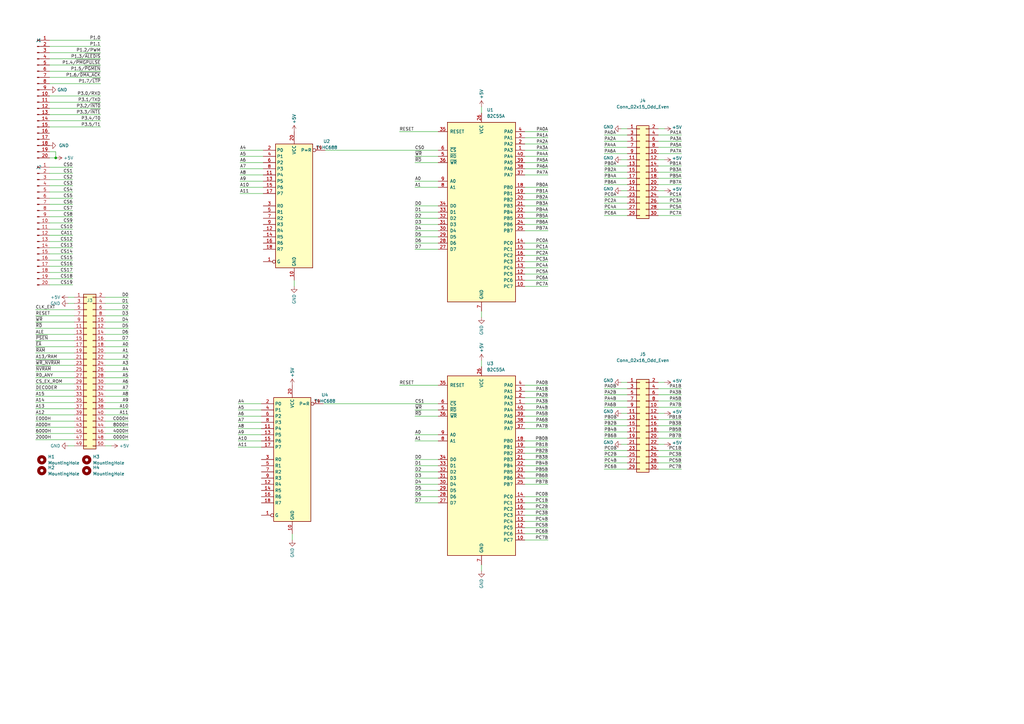
<source format=kicad_sch>
(kicad_sch (version 20230121) (generator eeschema)
  (paper "A3")
  (lib_symbols
    (symbol "74xx:74HC688"
      (property "Reference" "U" (at -7.62 26.67 0))
      (property "Value" "74HC688" (at -7.62 -26.67 0))
      (symbol "74HC688_1_0"
        (pin input inverted (at -12.7 -22.86 0) (length 5.08) (name "G") (number "1"))
        (pin power_in line (at 0 -30.48 90) (length 5.08) (name "GND") (number "10"))
        (pin input line (at -12.7 12.7 0) (length 5.08) (name "P4") (number "11"))
        (pin input line (at -12.7 -10.16 0) (length 5.08) (name "R4") (number "12"))
        (pin input line (at -12.7 10.16 0) (length 5.08) (name "P5") (number "13"))
        (pin input line (at -12.7 -12.7 0) (length 5.08) (name "R5") (number "14"))
        (pin input line (at -12.7 7.62 0) (length 5.08) (name "P6") (number "15"))
        (pin input line (at -12.7 -15.24 0) (length 5.08) (name "R6") (number "16"))
        (pin input line (at -12.7 5.08 0) (length 5.08) (name "P7") (number "17"))
        (pin input line (at -12.7 -17.78 0) (length 5.08) (name "R7") (number "18"))
        (pin output inverted (at 12.7 22.86 180) (length 5.08) (name "P=R") (number "19"))
        (pin input line (at -12.7 22.86 0) (length 5.08) (name "P0") (number "2"))
        (pin power_in line (at 0 30.48 270) (length 5.08) (name "VCC") (number "20"))
        (pin input line (at -12.7 0 0) (length 5.08) (name "R0") (number "3"))
        (pin input line (at -12.7 20.32 0) (length 5.08) (name "P1") (number "4"))
        (pin input line (at -12.7 -2.54 0) (length 5.08) (name "R1") (number "5"))
        (pin input line (at -12.7 17.78 0) (length 5.08) (name "P2") (number "6"))
        (pin input line (at -12.7 -5.08 0) (length 5.08) (name "R2") (number "7"))
        (pin input line (at -12.7 15.24 0) (length 5.08) (name "P3") (number "8"))
        (pin input line (at -12.7 -7.62 0) (length 5.08) (name "R3") (number "9"))
      )
      (symbol "74HC688_1_1"
        (rectangle (start -7.62 25.4) (end 7.62 -25.4) (stroke (width 0.254)) (fill (type background)))
      )
    )
    (symbol "Connector:Conn_01x20_Pin" (pin_names (offset 1.016) hide)
      (property "Reference" "J" (at 0 25.4 0))
      (property "Value" "Conn_01x20_Pin" (at 0 -27.94 0))
      (symbol "Conn_01x20_Pin_1_1"
        (polyline (pts (xy 1.27 -25.4) (xy 0.8636 -25.4)) (stroke (width 0.1524)))
        (polyline (pts (xy 1.27 -22.86) (xy 0.8636 -22.86)) (stroke (width 0.1524)))
        (polyline (pts (xy 1.27 -20.32) (xy 0.8636 -20.32)) (stroke (width 0.1524)))
        (polyline (pts (xy 1.27 -17.78) (xy 0.8636 -17.78)) (stroke (width 0.1524)))
        (polyline (pts (xy 1.27 -15.24) (xy 0.8636 -15.24)) (stroke (width 0.1524)))
        (polyline (pts (xy 1.27 -12.7) (xy 0.8636 -12.7)) (stroke (width 0.1524)))
        (polyline (pts (xy 1.27 -10.16) (xy 0.8636 -10.16)) (stroke (width 0.1524)))
        (polyline (pts (xy 1.27 -7.62) (xy 0.8636 -7.62)) (stroke (width 0.1524)))
        (polyline (pts (xy 1.27 -5.08) (xy 0.8636 -5.08)) (stroke (width 0.1524)))
        (polyline (pts (xy 1.27 -2.54) (xy 0.8636 -2.54)) (stroke (width 0.1524)))
        (polyline (pts (xy 1.27 0) (xy 0.8636 0)) (stroke (width 0.1524)))
        (polyline (pts (xy 1.27 2.54) (xy 0.8636 2.54)) (stroke (width 0.1524)))
        (polyline (pts (xy 1.27 5.08) (xy 0.8636 5.08)) (stroke (width 0.1524)))
        (polyline (pts (xy 1.27 7.62) (xy 0.8636 7.62)) (stroke (width 0.1524)))
        (polyline (pts (xy 1.27 10.16) (xy 0.8636 10.16)) (stroke (width 0.1524)))
        (polyline (pts (xy 1.27 12.7) (xy 0.8636 12.7)) (stroke (width 0.1524)))
        (polyline (pts (xy 1.27 15.24) (xy 0.8636 15.24)) (stroke (width 0.1524)))
        (polyline (pts (xy 1.27 17.78) (xy 0.8636 17.78)) (stroke (width 0.1524)))
        (polyline (pts (xy 1.27 20.32) (xy 0.8636 20.32)) (stroke (width 0.1524)))
        (polyline (pts (xy 1.27 22.86) (xy 0.8636 22.86)) (stroke (width 0.1524)))
        (rectangle (start 0.8636 -25.273) (end 0 -25.527) (stroke (width 0.1524)) (fill (type outline)))
        (rectangle (start 0.8636 -22.733) (end 0 -22.987) (stroke (width 0.1524)) (fill (type outline)))
        (rectangle (start 0.8636 -20.193) (end 0 -20.447) (stroke (width 0.1524)) (fill (type outline)))
        (rectangle (start 0.8636 -17.653) (end 0 -17.907) (stroke (width 0.1524)) (fill (type outline)))
        (rectangle (start 0.8636 -15.113) (end 0 -15.367) (stroke (width 0.1524)) (fill (type outline)))
        (rectangle (start 0.8636 -12.573) (end 0 -12.827) (stroke (width 0.1524)) (fill (type outline)))
        (rectangle (start 0.8636 -10.033) (end 0 -10.287) (stroke (width 0.1524)) (fill (type outline)))
        (rectangle (start 0.8636 -7.493) (end 0 -7.747) (stroke (width 0.1524)) (fill (type outline)))
        (rectangle (start 0.8636 -4.953) (end 0 -5.207) (stroke (width 0.1524)) (fill (type outline)))
        (rectangle (start 0.8636 -2.413) (end 0 -2.667) (stroke (width 0.1524)) (fill (type outline)))
        (rectangle (start 0.8636 0.127) (end 0 -0.127) (stroke (width 0.1524)) (fill (type outline)))
        (rectangle (start 0.8636 2.667) (end 0 2.413) (stroke (width 0.1524)) (fill (type outline)))
        (rectangle (start 0.8636 5.207) (end 0 4.953) (stroke (width 0.1524)) (fill (type outline)))
        (rectangle (start 0.8636 7.747) (end 0 7.493) (stroke (width 0.1524)) (fill (type outline)))
        (rectangle (start 0.8636 10.287) (end 0 10.033) (stroke (width 0.1524)) (fill (type outline)))
        (rectangle (start 0.8636 12.827) (end 0 12.573) (stroke (width 0.1524)) (fill (type outline)))
        (rectangle (start 0.8636 15.367) (end 0 15.113) (stroke (width 0.1524)) (fill (type outline)))
        (rectangle (start 0.8636 17.907) (end 0 17.653) (stroke (width 0.1524)) (fill (type outline)))
        (rectangle (start 0.8636 20.447) (end 0 20.193) (stroke (width 0.1524)) (fill (type outline)))
        (rectangle (start 0.8636 22.987) (end 0 22.733) (stroke (width 0.1524)) (fill (type outline)))
        (pin passive line (at 5.08 22.86 180) (length 3.81) (name "Pin_1") (number "1"))
        (pin passive line (at 5.08 0 180) (length 3.81) (name "Pin_10") (number "10"))
        (pin passive line (at 5.08 -2.54 180) (length 3.81) (name "Pin_11") (number "11"))
        (pin passive line (at 5.08 -5.08 180) (length 3.81) (name "Pin_12") (number "12"))
        (pin passive line (at 5.08 -7.62 180) (length 3.81) (name "Pin_13") (number "13"))
        (pin passive line (at 5.08 -10.16 180) (length 3.81) (name "Pin_14") (number "14"))
        (pin passive line (at 5.08 -12.7 180) (length 3.81) (name "Pin_15") (number "15"))
        (pin passive line (at 5.08 -15.24 180) (length 3.81) (name "Pin_16") (number "16"))
        (pin passive line (at 5.08 -17.78 180) (length 3.81) (name "Pin_17") (number "17"))
        (pin passive line (at 5.08 -20.32 180) (length 3.81) (name "Pin_18") (number "18"))
        (pin passive line (at 5.08 -22.86 180) (length 3.81) (name "Pin_19") (number "19"))
        (pin passive line (at 5.08 20.32 180) (length 3.81) (name "Pin_2") (number "2"))
        (pin passive line (at 5.08 -25.4 180) (length 3.81) (name "Pin_20") (number "20"))
        (pin passive line (at 5.08 17.78 180) (length 3.81) (name "Pin_3") (number "3"))
        (pin passive line (at 5.08 15.24 180) (length 3.81) (name "Pin_4") (number "4"))
        (pin passive line (at 5.08 12.7 180) (length 3.81) (name "Pin_5") (number "5"))
        (pin passive line (at 5.08 10.16 180) (length 3.81) (name "Pin_6") (number "6"))
        (pin passive line (at 5.08 7.62 180) (length 3.81) (name "Pin_7") (number "7"))
        (pin passive line (at 5.08 5.08 180) (length 3.81) (name "Pin_8") (number "8"))
        (pin passive line (at 5.08 2.54 180) (length 3.81) (name "Pin_9") (number "9"))
      )
    )
    (symbol "Connector_Generic:Conn_02x15_Odd_Even" (pin_names (offset 1.016) hide)
      (property "Reference" "J" (at 1.27 20.32 0))
      (property "Value" "Conn_02x15_Odd_Even" (at 1.27 -20.32 0))
      (symbol "Conn_02x15_Odd_Even_1_1"
        (rectangle (start -1.27 -17.653) (end 0 -17.907) (stroke (width 0.1524)))
        (rectangle (start -1.27 -15.113) (end 0 -15.367) (stroke (width 0.1524)))
        (rectangle (start -1.27 -12.573) (end 0 -12.827) (stroke (width 0.1524)))
        (rectangle (start -1.27 -10.033) (end 0 -10.287) (stroke (width 0.1524)))
        (rectangle (start -1.27 -7.493) (end 0 -7.747) (stroke (width 0.1524)))
        (rectangle (start -1.27 -4.953) (end 0 -5.207) (stroke (width 0.1524)))
        (rectangle (start -1.27 -2.413) (end 0 -2.667) (stroke (width 0.1524)))
        (rectangle (start -1.27 0.127) (end 0 -0.127) (stroke (width 0.1524)))
        (rectangle (start -1.27 2.667) (end 0 2.413) (stroke (width 0.1524)))
        (rectangle (start -1.27 5.207) (end 0 4.953) (stroke (width 0.1524)))
        (rectangle (start -1.27 7.747) (end 0 7.493) (stroke (width 0.1524)))
        (rectangle (start -1.27 10.287) (end 0 10.033) (stroke (width 0.1524)))
        (rectangle (start -1.27 12.827) (end 0 12.573) (stroke (width 0.1524)))
        (rectangle (start -1.27 15.367) (end 0 15.113) (stroke (width 0.1524)))
        (rectangle (start -1.27 17.907) (end 0 17.653) (stroke (width 0.1524)))
        (rectangle (start -1.27 19.05) (end 3.81 -19.05) (stroke (width 0.254)) (fill (type background)))
        (rectangle (start 3.81 -17.653) (end 2.54 -17.907) (stroke (width 0.1524)))
        (rectangle (start 3.81 -15.113) (end 2.54 -15.367) (stroke (width 0.1524)))
        (rectangle (start 3.81 -12.573) (end 2.54 -12.827) (stroke (width 0.1524)))
        (rectangle (start 3.81 -10.033) (end 2.54 -10.287) (stroke (width 0.1524)))
        (rectangle (start 3.81 -7.493) (end 2.54 -7.747) (stroke (width 0.1524)))
        (rectangle (start 3.81 -4.953) (end 2.54 -5.207) (stroke (width 0.1524)))
        (rectangle (start 3.81 -2.413) (end 2.54 -2.667) (stroke (width 0.1524)))
        (rectangle (start 3.81 0.127) (end 2.54 -0.127) (stroke (width 0.1524)))
        (rectangle (start 3.81 2.667) (end 2.54 2.413) (stroke (width 0.1524)))
        (rectangle (start 3.81 5.207) (end 2.54 4.953) (stroke (width 0.1524)))
        (rectangle (start 3.81 7.747) (end 2.54 7.493) (stroke (width 0.1524)))
        (rectangle (start 3.81 10.287) (end 2.54 10.033) (stroke (width 0.1524)))
        (rectangle (start 3.81 12.827) (end 2.54 12.573) (stroke (width 0.1524)))
        (rectangle (start 3.81 15.367) (end 2.54 15.113) (stroke (width 0.1524)))
        (rectangle (start 3.81 17.907) (end 2.54 17.653) (stroke (width 0.1524)))
        (pin passive line (at -5.08 17.78 0) (length 3.81) (name "Pin_1") (number "1"))
        (pin passive line (at 7.62 7.62 180) (length 3.81) (name "Pin_10") (number "10"))
        (pin passive line (at -5.08 5.08 0) (length 3.81) (name "Pin_11") (number "11"))
        (pin passive line (at 7.62 5.08 180) (length 3.81) (name "Pin_12") (number "12"))
        (pin passive line (at -5.08 2.54 0) (length 3.81) (name "Pin_13") (number "13"))
        (pin passive line (at 7.62 2.54 180) (length 3.81) (name "Pin_14") (number "14"))
        (pin passive line (at -5.08 0 0) (length 3.81) (name "Pin_15") (number "15"))
        (pin passive line (at 7.62 0 180) (length 3.81) (name "Pin_16") (number "16"))
        (pin passive line (at -5.08 -2.54 0) (length 3.81) (name "Pin_17") (number "17"))
        (pin passive line (at 7.62 -2.54 180) (length 3.81) (name "Pin_18") (number "18"))
        (pin passive line (at -5.08 -5.08 0) (length 3.81) (name "Pin_19") (number "19"))
        (pin passive line (at 7.62 17.78 180) (length 3.81) (name "Pin_2") (number "2"))
        (pin passive line (at 7.62 -5.08 180) (length 3.81) (name "Pin_20") (number "20"))
        (pin passive line (at -5.08 -7.62 0) (length 3.81) (name "Pin_21") (number "21"))
        (pin passive line (at 7.62 -7.62 180) (length 3.81) (name "Pin_22") (number "22"))
        (pin passive line (at -5.08 -10.16 0) (length 3.81) (name "Pin_23") (number "23"))
        (pin passive line (at 7.62 -10.16 180) (length 3.81) (name "Pin_24") (number "24"))
        (pin passive line (at -5.08 -12.7 0) (length 3.81) (name "Pin_25") (number "25"))
        (pin passive line (at 7.62 -12.7 180) (length 3.81) (name "Pin_26") (number "26"))
        (pin passive line (at -5.08 -15.24 0) (length 3.81) (name "Pin_27") (number "27"))
        (pin passive line (at 7.62 -15.24 180) (length 3.81) (name "Pin_28") (number "28"))
        (pin passive line (at -5.08 -17.78 0) (length 3.81) (name "Pin_29") (number "29"))
        (pin passive line (at -5.08 15.24 0) (length 3.81) (name "Pin_3") (number "3"))
        (pin passive line (at 7.62 -17.78 180) (length 3.81) (name "Pin_30") (number "30"))
        (pin passive line (at 7.62 15.24 180) (length 3.81) (name "Pin_4") (number "4"))
        (pin passive line (at -5.08 12.7 0) (length 3.81) (name "Pin_5") (number "5"))
        (pin passive line (at 7.62 12.7 180) (length 3.81) (name "Pin_6") (number "6"))
        (pin passive line (at -5.08 10.16 0) (length 3.81) (name "Pin_7") (number "7"))
        (pin passive line (at 7.62 10.16 180) (length 3.81) (name "Pin_8") (number "8"))
        (pin passive line (at -5.08 7.62 0) (length 3.81) (name "Pin_9") (number "9"))
      )
    )
    (symbol "Connector_Generic:Conn_02x25_Odd_Even" (pin_names (offset 1.016) hide)
      (property "Reference" "J" (at 1.27 33.02 0))
      (property "Value" "Conn_02x25_Odd_Even" (at 1.27 -33.02 0))
      (symbol "Conn_02x25_Odd_Even_1_1"
        (rectangle (start -1.27 -30.353) (end 0 -30.607) (stroke (width 0.1524)))
        (rectangle (start -1.27 -27.813) (end 0 -28.067) (stroke (width 0.1524)))
        (rectangle (start -1.27 -25.273) (end 0 -25.527) (stroke (width 0.1524)))
        (rectangle (start -1.27 -22.733) (end 0 -22.987) (stroke (width 0.1524)))
        (rectangle (start -1.27 -20.193) (end 0 -20.447) (stroke (width 0.1524)))
        (rectangle (start -1.27 -17.653) (end 0 -17.907) (stroke (width 0.1524)))
        (rectangle (start -1.27 -15.113) (end 0 -15.367) (stroke (width 0.1524)))
        (rectangle (start -1.27 -12.573) (end 0 -12.827) (stroke (width 0.1524)))
        (rectangle (start -1.27 -10.033) (end 0 -10.287) (stroke (width 0.1524)))
        (rectangle (start -1.27 -7.493) (end 0 -7.747) (stroke (width 0.1524)))
        (rectangle (start -1.27 -4.953) (end 0 -5.207) (stroke (width 0.1524)))
        (rectangle (start -1.27 -2.413) (end 0 -2.667) (stroke (width 0.1524)))
        (rectangle (start -1.27 0.127) (end 0 -0.127) (stroke (width 0.1524)))
        (rectangle (start -1.27 2.667) (end 0 2.413) (stroke (width 0.1524)))
        (rectangle (start -1.27 5.207) (end 0 4.953) (stroke (width 0.1524)))
        (rectangle (start -1.27 7.747) (end 0 7.493) (stroke (width 0.1524)))
        (rectangle (start -1.27 10.287) (end 0 10.033) (stroke (width 0.1524)))
        (rectangle (start -1.27 12.827) (end 0 12.573) (stroke (width 0.1524)))
        (rectangle (start -1.27 15.367) (end 0 15.113) (stroke (width 0.1524)))
        (rectangle (start -1.27 17.907) (end 0 17.653) (stroke (width 0.1524)))
        (rectangle (start -1.27 20.447) (end 0 20.193) (stroke (width 0.1524)))
        (rectangle (start -1.27 22.987) (end 0 22.733) (stroke (width 0.1524)))
        (rectangle (start -1.27 25.527) (end 0 25.273) (stroke (width 0.1524)))
        (rectangle (start -1.27 28.067) (end 0 27.813) (stroke (width 0.1524)))
        (rectangle (start -1.27 30.607) (end 0 30.353) (stroke (width 0.1524)))
        (rectangle (start -1.27 31.75) (end 3.81 -31.75) (stroke (width 0.254)) (fill (type background)))
        (rectangle (start 3.81 -30.353) (end 2.54 -30.607) (stroke (width 0.1524)))
        (rectangle (start 3.81 -27.813) (end 2.54 -28.067) (stroke (width 0.1524)))
        (rectangle (start 3.81 -25.273) (end 2.54 -25.527) (stroke (width 0.1524)))
        (rectangle (start 3.81 -22.733) (end 2.54 -22.987) (stroke (width 0.1524)))
        (rectangle (start 3.81 -20.193) (end 2.54 -20.447) (stroke (width 0.1524)))
        (rectangle (start 3.81 -17.653) (end 2.54 -17.907) (stroke (width 0.1524)))
        (rectangle (start 3.81 -15.113) (end 2.54 -15.367) (stroke (width 0.1524)))
        (rectangle (start 3.81 -12.573) (end 2.54 -12.827) (stroke (width 0.1524)))
        (rectangle (start 3.81 -10.033) (end 2.54 -10.287) (stroke (width 0.1524)))
        (rectangle (start 3.81 -7.493) (end 2.54 -7.747) (stroke (width 0.1524)))
        (rectangle (start 3.81 -4.953) (end 2.54 -5.207) (stroke (width 0.1524)))
        (rectangle (start 3.81 -2.413) (end 2.54 -2.667) (stroke (width 0.1524)))
        (rectangle (start 3.81 0.127) (end 2.54 -0.127) (stroke (width 0.1524)))
        (rectangle (start 3.81 2.667) (end 2.54 2.413) (stroke (width 0.1524)))
        (rectangle (start 3.81 5.207) (end 2.54 4.953) (stroke (width 0.1524)))
        (rectangle (start 3.81 7.747) (end 2.54 7.493) (stroke (width 0.1524)))
        (rectangle (start 3.81 10.287) (end 2.54 10.033) (stroke (width 0.1524)))
        (rectangle (start 3.81 12.827) (end 2.54 12.573) (stroke (width 0.1524)))
        (rectangle (start 3.81 15.367) (end 2.54 15.113) (stroke (width 0.1524)))
        (rectangle (start 3.81 17.907) (end 2.54 17.653) (stroke (width 0.1524)))
        (rectangle (start 3.81 20.447) (end 2.54 20.193) (stroke (width 0.1524)))
        (rectangle (start 3.81 22.987) (end 2.54 22.733) (stroke (width 0.1524)))
        (rectangle (start 3.81 25.527) (end 2.54 25.273) (stroke (width 0.1524)))
        (rectangle (start 3.81 28.067) (end 2.54 27.813) (stroke (width 0.1524)))
        (rectangle (start 3.81 30.607) (end 2.54 30.353) (stroke (width 0.1524)))
        (pin passive line (at -5.08 30.48 0) (length 3.81) (name "Pin_1") (number "1"))
        (pin passive line (at 7.62 20.32 180) (length 3.81) (name "Pin_10") (number "10"))
        (pin passive line (at -5.08 17.78 0) (length 3.81) (name "Pin_11") (number "11"))
        (pin passive line (at 7.62 17.78 180) (length 3.81) (name "Pin_12") (number "12"))
        (pin passive line (at -5.08 15.24 0) (length 3.81) (name "Pin_13") (number "13"))
        (pin passive line (at 7.62 15.24 180) (length 3.81) (name "Pin_14") (number "14"))
        (pin passive line (at -5.08 12.7 0) (length 3.81) (name "Pin_15") (number "15"))
        (pin passive line (at 7.62 12.7 180) (length 3.81) (name "Pin_16") (number "16"))
        (pin passive line (at -5.08 10.16 0) (length 3.81) (name "Pin_17") (number "17"))
        (pin passive line (at 7.62 10.16 180) (length 3.81) (name "Pin_18") (number "18"))
        (pin passive line (at -5.08 7.62 0) (length 3.81) (name "Pin_19") (number "19"))
        (pin passive line (at 7.62 30.48 180) (length 3.81) (name "Pin_2") (number "2"))
        (pin passive line (at 7.62 7.62 180) (length 3.81) (name "Pin_20") (number "20"))
        (pin passive line (at -5.08 5.08 0) (length 3.81) (name "Pin_21") (number "21"))
        (pin passive line (at 7.62 5.08 180) (length 3.81) (name "Pin_22") (number "22"))
        (pin passive line (at -5.08 2.54 0) (length 3.81) (name "Pin_23") (number "23"))
        (pin passive line (at 7.62 2.54 180) (length 3.81) (name "Pin_24") (number "24"))
        (pin passive line (at -5.08 0 0) (length 3.81) (name "Pin_25") (number "25"))
        (pin passive line (at 7.62 0 180) (length 3.81) (name "Pin_26") (number "26"))
        (pin passive line (at -5.08 -2.54 0) (length 3.81) (name "Pin_27") (number "27"))
        (pin passive line (at 7.62 -2.54 180) (length 3.81) (name "Pin_28") (number "28"))
        (pin passive line (at -5.08 -5.08 0) (length 3.81) (name "Pin_29") (number "29"))
        (pin passive line (at -5.08 27.94 0) (length 3.81) (name "Pin_3") (number "3"))
        (pin passive line (at 7.62 -5.08 180) (length 3.81) (name "Pin_30") (number "30"))
        (pin passive line (at -5.08 -7.62 0) (length 3.81) (name "Pin_31") (number "31"))
        (pin passive line (at 7.62 -7.62 180) (length 3.81) (name "Pin_32") (number "32"))
        (pin passive line (at -5.08 -10.16 0) (length 3.81) (name "Pin_33") (number "33"))
        (pin passive line (at 7.62 -10.16 180) (length 3.81) (name "Pin_34") (number "34"))
        (pin passive line (at -5.08 -12.7 0) (length 3.81) (name "Pin_35") (number "35"))
        (pin passive line (at 7.62 -12.7 180) (length 3.81) (name "Pin_36") (number "36"))
        (pin passive line (at -5.08 -15.24 0) (length 3.81) (name "Pin_37") (number "37"))
        (pin passive line (at 7.62 -15.24 180) (length 3.81) (name "Pin_38") (number "38"))
        (pin passive line (at -5.08 -17.78 0) (length 3.81) (name "Pin_39") (number "39"))
        (pin passive line (at 7.62 27.94 180) (length 3.81) (name "Pin_4") (number "4"))
        (pin passive line (at 7.62 -17.78 180) (length 3.81) (name "Pin_40") (number "40"))
        (pin passive line (at -5.08 -20.32 0) (length 3.81) (name "Pin_41") (number "41"))
        (pin passive line (at 7.62 -20.32 180) (length 3.81) (name "Pin_42") (number "42"))
        (pin passive line (at -5.08 -22.86 0) (length 3.81) (name "Pin_43") (number "43"))
        (pin passive line (at 7.62 -22.86 180) (length 3.81) (name "Pin_44") (number "44"))
        (pin passive line (at -5.08 -25.4 0) (length 3.81) (name "Pin_45") (number "45"))
        (pin passive line (at 7.62 -25.4 180) (length 3.81) (name "Pin_46") (number "46"))
        (pin passive line (at -5.08 -27.94 0) (length 3.81) (name "Pin_47") (number "47"))
        (pin passive line (at 7.62 -27.94 180) (length 3.81) (name "Pin_48") (number "48"))
        (pin passive line (at -5.08 -30.48 0) (length 3.81) (name "Pin_49") (number "49"))
        (pin passive line (at -5.08 25.4 0) (length 3.81) (name "Pin_5") (number "5"))
        (pin passive line (at 7.62 -30.48 180) (length 3.81) (name "Pin_50") (number "50"))
        (pin passive line (at 7.62 25.4 180) (length 3.81) (name "Pin_6") (number "6"))
        (pin passive line (at -5.08 22.86 0) (length 3.81) (name "Pin_7") (number "7"))
        (pin passive line (at 7.62 22.86 180) (length 3.81) (name "Pin_8") (number "8"))
        (pin passive line (at -5.08 20.32 0) (length 3.81) (name "Pin_9") (number "9"))
      )
    )
    (symbol "Interface:82C55A" (pin_names (offset 1.016))
      (property "Reference" "U" (at -13.97 38.1 0))
      (property "Value" "82C55A" (at 8.89 38.1 0))
      (symbol "82C55A_1_1"
        (rectangle (start -13.97 -36.83) (end 13.97 36.83) (stroke (width 0.254)) (fill (type background)))
        (pin bidirectional line (at 17.78 25.4 180) (length 3.81) (name "PA3") (number "1"))
        (pin bidirectional line (at 17.78 -30.48 180) (length 3.81) (name "PC7") (number "10"))
        (pin bidirectional line (at 17.78 -27.94 180) (length 3.81) (name "PC6") (number "11"))
        (pin bidirectional line (at 17.78 -25.4 180) (length 3.81) (name "PC5") (number "12"))
        (pin bidirectional line (at 17.78 -22.86 180) (length 3.81) (name "PC4") (number "13"))
        (pin bidirectional line (at 17.78 -12.7 180) (length 3.81) (name "PC0") (number "14"))
        (pin bidirectional line (at 17.78 -15.24 180) (length 3.81) (name "PC1") (number "15"))
        (pin bidirectional line (at 17.78 -17.78 180) (length 3.81) (name "PC2") (number "16"))
        (pin bidirectional line (at 17.78 -20.32 180) (length 3.81) (name "PC3") (number "17"))
        (pin bidirectional line (at 17.78 10.16 180) (length 3.81) (name "PB0") (number "18"))
        (pin bidirectional line (at 17.78 7.62 180) (length 3.81) (name "PB1") (number "19"))
        (pin bidirectional line (at 17.78 27.94 180) (length 3.81) (name "PA2") (number "2"))
        (pin bidirectional line (at 17.78 5.08 180) (length 3.81) (name "PB2") (number "20"))
        (pin bidirectional line (at 17.78 2.54 180) (length 3.81) (name "PB3") (number "21"))
        (pin bidirectional line (at 17.78 0 180) (length 3.81) (name "PB4") (number "22"))
        (pin bidirectional line (at 17.78 -2.54 180) (length 3.81) (name "PB5") (number "23"))
        (pin bidirectional line (at 17.78 -5.08 180) (length 3.81) (name "PB6") (number "24"))
        (pin bidirectional line (at 17.78 -7.62 180) (length 3.81) (name "PB7") (number "25"))
        (pin power_in line (at 0 40.64 270) (length 3.81) (name "VCC") (number "26"))
        (pin bidirectional line (at -17.78 -15.24 0) (length 3.81) (name "D7") (number "27"))
        (pin bidirectional line (at -17.78 -12.7 0) (length 3.81) (name "D6") (number "28"))
        (pin bidirectional line (at -17.78 -10.16 0) (length 3.81) (name "D5") (number "29"))
        (pin bidirectional line (at 17.78 30.48 180) (length 3.81) (name "PA1") (number "3"))
        (pin bidirectional line (at -17.78 -7.62 0) (length 3.81) (name "D4") (number "30"))
        (pin bidirectional line (at -17.78 -5.08 0) (length 3.81) (name "D3") (number "31"))
        (pin bidirectional line (at -17.78 -2.54 0) (length 3.81) (name "D2") (number "32"))
        (pin bidirectional line (at -17.78 0 0) (length 3.81) (name "D1") (number "33"))
        (pin bidirectional line (at -17.78 2.54 0) (length 3.81) (name "D0") (number "34"))
        (pin input line (at -17.78 33.02 0) (length 3.81) (name "RESET") (number "35"))
        (pin input line (at -17.78 20.32 0) (length 3.81) (name "~{WR}") (number "36"))
        (pin bidirectional line (at 17.78 15.24 180) (length 3.81) (name "PA7") (number "37"))
        (pin bidirectional line (at 17.78 17.78 180) (length 3.81) (name "PA6") (number "38"))
        (pin bidirectional line (at 17.78 20.32 180) (length 3.81) (name "PA5") (number "39"))
        (pin bidirectional line (at 17.78 33.02 180) (length 3.81) (name "PA0") (number "4"))
        (pin bidirectional line (at 17.78 22.86 180) (length 3.81) (name "PA4") (number "40"))
        (pin input line (at -17.78 22.86 0) (length 3.81) (name "~{RD}") (number "5"))
        (pin input line (at -17.78 25.4 0) (length 3.81) (name "~{CS}") (number "6"))
        (pin power_in line (at 0 -40.64 90) (length 3.81) (name "GND") (number "7"))
        (pin input line (at -17.78 10.16 0) (length 3.81) (name "A1") (number "8"))
        (pin input line (at -17.78 12.7 0) (length 3.81) (name "A0") (number "9"))
      )
    )
    (symbol "Mechanical:MountingHole" (pin_names (offset 1.016))
      (property "Reference" "H" (at 0 5.08 0))
      (property "Value" "MountingHole" (at 0 3.175 0))
      (symbol "MountingHole_0_1"
        (circle (center 0 0) (radius 1.27) (stroke (width 1.27)))
      )
    )
    (symbol "power:+5V" (power) (pin_names (offset 0))
      (property "Value" "+5V" (at 0 3.556 0))
      (symbol "+5V_0_1"
        (polyline (pts (xy -0.762 1.27) (xy 0 2.54)))
        (polyline (pts (xy 0 0) (xy 0 2.54)))
        (polyline (pts (xy 0 2.54) (xy 0.762 1.27)))
      )
      (symbol "+5V_1_1"
        (pin power_in line (at 0 0 90) (length 0) hide (name "+5V") (number "1"))
      )
    )
    (symbol "power:GND" (power) (pin_names (offset 0))
      (property "Value" "GND" (at 0 -3.81 0))
      (symbol "GND_0_1"
        (polyline (pts (xy 0 0) (xy 0 -1.27) (xy 1.27 -1.27) (xy 0 -2.54) (xy -1.27 -1.27) (xy 0 -1.27)))
      )
      (symbol "GND_1_1"
        (pin power_in line (at 0 0 270) (length 0) hide (name "GND") (number "1"))
      )
    )
  )
  (junction (at 22.86 64.77))
  (wire (pts (xy 107.95 64.135) (xy 98.425 64.135)))
  (wire (pts (xy 43.18 132.08) (xy 52.705 132.08)))
  (wire (pts (xy 215.265 221.488) (xy 224.79 221.488)))
  (wire (pts (xy 43.18 162.56) (xy 52.705 162.56)))
  (wire (pts (xy 30.48 132.08) (xy 14.605 132.08)))
  (wire (pts (xy 215.265 188.468) (xy 224.79 188.468)))
  (wire (pts (xy 179.705 193.548) (xy 170.18 193.548)))
  (wire (pts (xy 43.18 175.26) (xy 52.705 175.26)))
  (wire (pts (xy 215.265 86.995) (xy 224.79 86.995)))
  (wire (pts (xy 215.265 71.755) (xy 224.79 71.755)))
  (wire (pts (xy 215.265 191.008) (xy 224.79 191.008)))
  (wire (pts (xy 215.265 66.675) (xy 224.79 66.675)))
  (wire (pts (xy 270.002 164.465) (xy 279.527 164.465)))
  (wire (pts (xy 14.605 165.1) (xy 30.48 165.1)))
  (wire (pts (xy 215.265 64.135) (xy 224.79 64.135)))
  (wire (pts (xy 215.265 180.848) (xy 224.79 180.848)))
  (wire (pts (xy 20.32 91.44) (xy 29.845 91.44)))
  (wire (pts (xy 270.002 187.325) (xy 279.527 187.325)))
  (wire (pts (xy 41.275 39.37) (xy 20.32 39.37)))
  (wire (pts (xy 270.002 161.925) (xy 279.527 161.925)))
  (wire (pts (xy 107.95 74.295) (xy 98.425 74.295)))
  (wire (pts (xy 14.605 170.18) (xy 30.48 170.18)))
  (wire (pts (xy 14.605 129.54) (xy 30.48 129.54)))
  (wire (pts (xy 215.265 198.628) (xy 224.79 198.628)))
  (wire (pts (xy 20.32 86.36) (xy 29.845 86.36)))
  (wire (pts (xy 30.48 142.24) (xy 14.605 142.24)))
  (wire (pts (xy 197.485 234.188) (xy 197.485 231.648)))
  (wire (pts (xy 43.18 165.1) (xy 52.705 165.1)))
  (wire (pts (xy 257.302 187.325) (xy 247.777 187.325)))
  (wire (pts (xy 179.705 89.535) (xy 170.18 89.535)))
  (wire (pts (xy 27.94 182.88) (xy 30.48 182.88)))
  (wire (pts (xy 43.18 144.78) (xy 52.705 144.78)))
  (wire (pts (xy 14.605 147.32) (xy 30.48 147.32)))
  (wire (pts (xy 41.275 31.75) (xy 20.32 31.75)))
  (wire (pts (xy 215.265 208.788) (xy 224.79 208.788)))
  (wire (pts (xy 215.265 107.315) (xy 224.79 107.315)))
  (wire (pts (xy 270.002 179.705) (xy 279.527 179.705)))
  (wire (pts (xy 43.18 154.94) (xy 52.705 154.94)))
  (wire (pts (xy 270.002 68.072) (xy 279.527 68.072)))
  (wire (pts (xy 22.86 64.77) (xy 20.32 64.77)))
  (wire (pts (xy 41.275 49.53) (xy 20.32 49.53)))
  (wire (pts (xy 270.002 57.912) (xy 279.527 57.912)))
  (wire (pts (xy 43.18 134.62) (xy 52.705 134.62)))
  (wire (pts (xy 257.302 184.785) (xy 247.777 184.785)))
  (wire (pts (xy 43.18 182.88) (xy 45.72 182.88)))
  (wire (pts (xy 41.275 46.99) (xy 20.32 46.99)))
  (wire (pts (xy 179.705 86.995) (xy 170.18 86.995)))
  (wire (pts (xy 179.705 201.168) (xy 170.18 201.168)))
  (wire (pts (xy 179.705 188.468) (xy 170.18 188.468)))
  (wire (pts (xy 215.265 157.988) (xy 224.79 157.988)))
  (wire (pts (xy 215.265 213.868) (xy 224.79 213.868)))
  (wire (pts (xy 257.302 80.772) (xy 247.777 80.772)))
  (wire (pts (xy 119.888 218.948) (xy 119.888 221.488)))
  (wire (pts (xy 179.705 92.075) (xy 170.18 92.075)))
  (wire (pts (xy 254.762 52.832) (xy 257.302 52.832)))
  (wire (pts (xy 270.002 70.612) (xy 279.527 70.612)))
  (wire (pts (xy 270.002 85.852) (xy 279.527 85.852)))
  (wire (pts (xy 179.705 196.088) (xy 170.18 196.088)))
  (wire (pts (xy 43.18 170.18) (xy 52.705 170.18)))
  (wire (pts (xy 30.48 134.62) (xy 14.605 134.62)))
  (wire (pts (xy 22.86 62.23) (xy 22.86 64.77)))
  (wire (pts (xy 270.002 73.152) (xy 279.527 73.152)))
  (wire (pts (xy 14.605 162.56) (xy 30.48 162.56)))
  (wire (pts (xy 257.302 57.912) (xy 247.777 57.912)))
  (wire (pts (xy 215.265 89.535) (xy 224.79 89.535)))
  (wire (pts (xy 179.705 191.008) (xy 170.18 191.008)))
  (wire (pts (xy 20.32 73.66) (xy 29.845 73.66)))
  (wire (pts (xy 20.32 106.68) (xy 29.845 106.68)))
  (wire (pts (xy 179.705 84.455) (xy 170.18 84.455)))
  (wire (pts (xy 179.705 180.848) (xy 170.18 180.848)))
  (wire (pts (xy 215.265 59.055) (xy 224.79 59.055)))
  (wire (pts (xy 179.705 66.675) (xy 170.18 66.675)))
  (wire (pts (xy 20.32 62.23) (xy 22.86 62.23)))
  (wire (pts (xy 215.265 218.948) (xy 224.79 218.948)))
  (wire (pts (xy 179.705 102.235) (xy 170.18 102.235)))
  (wire (pts (xy 14.605 149.86) (xy 30.48 149.86)))
  (wire (pts (xy 41.275 16.51) (xy 20.32 16.51)))
  (wire (pts (xy 41.275 26.67) (xy 20.32 26.67)))
  (wire (pts (xy 20.32 96.52) (xy 29.845 96.52)))
  (wire (pts (xy 215.265 79.375) (xy 224.79 79.375)))
  (wire (pts (xy 215.265 170.688) (xy 224.79 170.688)))
  (wire (pts (xy 215.265 117.475) (xy 224.79 117.475)))
  (wire (pts (xy 107.188 168.148) (xy 97.663 168.148)))
  (wire (pts (xy 30.48 157.48) (xy 14.605 157.48)))
  (wire (pts (xy 163.83 53.975) (xy 179.705 53.975)))
  (wire (pts (xy 41.275 44.45) (xy 20.32 44.45)))
  (wire (pts (xy 270.002 60.452) (xy 279.527 60.452)))
  (wire (pts (xy 257.302 55.372) (xy 247.777 55.372)))
  (wire (pts (xy 270.002 167.005) (xy 279.527 167.005)))
  (wire (pts (xy 270.002 169.545) (xy 272.542 169.545)))
  (wire (pts (xy 179.705 198.628) (xy 170.18 198.628)))
  (wire (pts (xy 257.302 192.405) (xy 247.777 192.405)))
  (wire (pts (xy 43.18 129.54) (xy 52.705 129.54)))
  (wire (pts (xy 179.705 94.615) (xy 170.18 94.615)))
  (wire (pts (xy 215.265 84.455) (xy 224.79 84.455)))
  (wire (pts (xy 179.705 168.148) (xy 170.18 168.148)))
  (wire (pts (xy 43.18 121.92) (xy 52.705 121.92)))
  (wire (pts (xy 14.605 144.78) (xy 30.48 144.78)))
  (wire (pts (xy 43.18 124.46) (xy 52.705 124.46)))
  (wire (pts (xy 43.18 139.7) (xy 52.705 139.7)))
  (wire (pts (xy 215.265 206.248) (xy 224.79 206.248)))
  (wire (pts (xy 14.605 152.4) (xy 30.48 152.4)))
  (wire (pts (xy 270.002 80.772) (xy 279.527 80.772)))
  (wire (pts (xy 270.002 184.785) (xy 279.527 184.785)))
  (wire (pts (xy 179.705 178.308) (xy 170.18 178.308)))
  (wire (pts (xy 270.002 174.625) (xy 279.527 174.625)))
  (wire (pts (xy 257.302 172.085) (xy 247.777 172.085)))
  (wire (pts (xy 20.32 78.74) (xy 29.845 78.74)))
  (wire (pts (xy 215.265 104.775) (xy 224.79 104.775)))
  (wire (pts (xy 107.95 69.215) (xy 98.425 69.215)))
  (wire (pts (xy 43.18 180.34) (xy 52.705 180.34)))
  (wire (pts (xy 27.94 124.46) (xy 30.48 124.46)))
  (wire (pts (xy 257.302 167.005) (xy 247.777 167.005)))
  (wire (pts (xy 43.18 177.8) (xy 52.705 177.8)))
  (wire (pts (xy 107.95 76.835) (xy 98.425 76.835)))
  (wire (pts (xy 43.18 142.24) (xy 52.705 142.24)))
  (wire (pts (xy 20.32 83.82) (xy 29.845 83.82)))
  (wire (pts (xy 14.605 177.8) (xy 30.48 177.8)))
  (wire (pts (xy 30.48 137.16) (xy 14.605 137.16)))
  (wire (pts (xy 215.265 175.768) (xy 224.79 175.768)))
  (wire (pts (xy 270.002 55.372) (xy 279.527 55.372)))
  (wire (pts (xy 215.265 196.088) (xy 224.79 196.088)))
  (wire (pts (xy 270.002 52.832) (xy 272.542 52.832)))
  (wire (pts (xy 179.705 97.155) (xy 170.18 97.155)))
  (wire (pts (xy 30.48 139.7) (xy 14.605 139.7)))
  (wire (pts (xy 257.302 177.165) (xy 247.777 177.165)))
  (wire (pts (xy 254.762 156.845) (xy 257.302 156.845)))
  (wire (pts (xy 43.18 147.32) (xy 52.705 147.32)))
  (wire (pts (xy 270.002 88.392) (xy 279.527 88.392)))
  (wire (pts (xy 107.95 66.675) (xy 98.425 66.675)))
  (wire (pts (xy 254.762 78.232) (xy 257.302 78.232)))
  (wire (pts (xy 270.002 78.232) (xy 272.542 78.232)))
  (wire (pts (xy 215.265 185.928) (xy 224.79 185.928)))
  (wire (pts (xy 270.002 189.865) (xy 279.527 189.865)))
  (wire (pts (xy 257.302 174.625) (xy 247.777 174.625)))
  (wire (pts (xy 215.265 216.408) (xy 224.79 216.408)))
  (wire (pts (xy 215.265 102.235) (xy 224.79 102.235)))
  (wire (pts (xy 20.32 104.14) (xy 29.845 104.14)))
  (wire (pts (xy 179.705 99.695) (xy 170.18 99.695)))
  (wire (pts (xy 179.705 203.708) (xy 170.18 203.708)))
  (wire (pts (xy 20.32 76.2) (xy 29.845 76.2)))
  (wire (pts (xy 270.002 83.312) (xy 279.527 83.312)))
  (wire (pts (xy 257.302 62.992) (xy 247.777 62.992)))
  (wire (pts (xy 43.18 149.86) (xy 52.705 149.86)))
  (wire (pts (xy 257.302 179.705) (xy 247.777 179.705)))
  (wire (pts (xy 257.302 68.072) (xy 247.777 68.072)))
  (wire (pts (xy 132.588 165.608) (xy 179.705 165.608)))
  (wire (pts (xy 107.188 178.308) (xy 97.663 178.308)))
  (wire (pts (xy 14.605 160.02) (xy 30.48 160.02)))
  (wire (pts (xy 43.18 127) (xy 52.705 127)))
  (wire (pts (xy 20.32 111.76) (xy 29.845 111.76)))
  (wire (pts (xy 270.002 65.532) (xy 272.542 65.532)))
  (wire (pts (xy 133.35 61.595) (xy 179.705 61.595)))
  (wire (pts (xy 14.605 127) (xy 30.48 127)))
  (wire (pts (xy 215.265 56.515) (xy 224.79 56.515)))
  (wire (pts (xy 107.95 61.595) (xy 98.425 61.595)))
  (wire (pts (xy 215.265 112.395) (xy 224.79 112.395)))
  (wire (pts (xy 107.188 165.608) (xy 97.663 165.608)))
  (wire (pts (xy 20.32 101.6) (xy 29.845 101.6)))
  (wire (pts (xy 215.265 163.068) (xy 224.79 163.068)))
  (wire (pts (xy 41.275 24.13) (xy 20.32 24.13)))
  (wire (pts (xy 179.705 64.135) (xy 170.18 64.135)))
  (wire (pts (xy 215.265 61.595) (xy 224.79 61.595)))
  (wire (pts (xy 14.605 167.64) (xy 30.48 167.64)))
  (wire (pts (xy 43.18 172.72) (xy 52.705 172.72)))
  (wire (pts (xy 14.605 175.26) (xy 30.48 175.26)))
  (wire (pts (xy 20.32 114.3) (xy 29.845 114.3)))
  (wire (pts (xy 41.275 19.05) (xy 20.32 19.05)))
  (wire (pts (xy 20.32 71.12) (xy 29.845 71.12)))
  (wire (pts (xy 20.32 116.84) (xy 29.845 116.84)))
  (wire (pts (xy 254.762 169.545) (xy 257.302 169.545)))
  (wire (pts (xy 215.265 76.835) (xy 224.79 76.835)))
  (wire (pts (xy 197.485 150.368) (xy 197.485 147.828)))
  (wire (pts (xy 254.762 182.245) (xy 257.302 182.245)))
  (wire (pts (xy 257.302 83.312) (xy 247.777 83.312)))
  (wire (pts (xy 270.002 177.165) (xy 279.527 177.165)))
  (wire (pts (xy 107.95 79.375) (xy 98.425 79.375)))
  (wire (pts (xy 215.265 168.148) (xy 224.79 168.148)))
  (wire (pts (xy 20.32 81.28) (xy 29.845 81.28)))
  (wire (pts (xy 20.32 88.9) (xy 29.845 88.9)))
  (wire (pts (xy 257.302 161.925) (xy 247.777 161.925)))
  (wire (pts (xy 215.265 94.615) (xy 224.79 94.615)))
  (wire (pts (xy 254.762 65.532) (xy 257.302 65.532)))
  (wire (pts (xy 41.275 34.29) (xy 20.32 34.29)))
  (wire (pts (xy 215.265 211.328) (xy 224.79 211.328)))
  (wire (pts (xy 179.705 74.295) (xy 170.18 74.295)))
  (wire (pts (xy 43.18 137.16) (xy 52.705 137.16)))
  (wire (pts (xy 179.705 76.835) (xy 170.18 76.835)))
  (wire (pts (xy 107.188 180.848) (xy 97.663 180.848)))
  (wire (pts (xy 215.265 109.855) (xy 224.79 109.855)))
  (wire (pts (xy 41.275 41.91) (xy 20.32 41.91)))
  (wire (pts (xy 197.485 46.355) (xy 197.485 43.815)))
  (wire (pts (xy 20.32 93.98) (xy 29.845 93.98)))
  (wire (pts (xy 43.18 157.48) (xy 52.705 157.48)))
  (wire (pts (xy 215.265 160.528) (xy 224.79 160.528)))
  (wire (pts (xy 215.265 53.975) (xy 224.79 53.975)))
  (wire (pts (xy 20.32 109.22) (xy 29.845 109.22)))
  (wire (pts (xy 257.302 164.465) (xy 247.777 164.465)))
  (wire (pts (xy 215.265 203.708) (xy 224.79 203.708)))
  (wire (pts (xy 257.302 60.452) (xy 247.777 60.452)))
  (wire (pts (xy 14.605 154.94) (xy 30.48 154.94)))
  (wire (pts (xy 163.83 157.988) (xy 179.705 157.988)))
  (wire (pts (xy 215.265 99.695) (xy 224.79 99.695)))
  (wire (pts (xy 270.002 62.992) (xy 279.527 62.992)))
  (wire (pts (xy 120.65 114.935) (xy 120.65 117.475)))
  (wire (pts (xy 107.188 170.688) (xy 97.663 170.688)))
  (wire (pts (xy 215.265 81.915) (xy 224.79 81.915)))
  (wire (pts (xy 41.275 21.59) (xy 20.32 21.59)))
  (wire (pts (xy 14.605 180.34) (xy 30.48 180.34)))
  (wire (pts (xy 14.605 172.72) (xy 30.48 172.72)))
  (wire (pts (xy 197.485 130.175) (xy 197.485 127.635)))
  (wire (pts (xy 179.705 170.688) (xy 170.18 170.688)))
  (wire (pts (xy 215.265 114.935) (xy 224.79 114.935)))
  (wire (pts (xy 41.275 52.07) (xy 20.32 52.07)))
  (wire (pts (xy 30.48 121.92) (xy 27.94 121.92)))
  (wire (pts (xy 43.18 160.02) (xy 52.705 160.02)))
  (wire (pts (xy 43.18 152.4) (xy 52.705 152.4)))
  (wire (pts (xy 257.302 75.692) (xy 247.777 75.692)))
  (wire (pts (xy 43.18 167.64) (xy 52.705 167.64)))
  (wire (pts (xy 215.265 173.228) (xy 224.79 173.228)))
  (wire (pts (xy 257.302 159.385) (xy 247.777 159.385)))
  (wire (pts (xy 107.188 183.388) (xy 97.663 183.388)))
  (wire (pts (xy 270.002 172.085) (xy 279.527 172.085)))
  (wire (pts (xy 215.265 165.608) (xy 224.79 165.608)))
  (wire (pts (xy 107.188 173.228) (xy 97.663 173.228)))
  (wire (pts (xy 215.265 183.388) (xy 224.79 183.388)))
  (wire (pts (xy 257.302 189.865) (xy 247.777 189.865)))
  (wire (pts (xy 179.705 206.248) (xy 170.18 206.248)))
  (wire (pts (xy 20.32 99.06) (xy 29.845 99.06)))
  (wire (pts (xy 257.302 70.612) (xy 247.777 70.612)))
  (wire (pts (xy 257.302 88.392) (xy 247.777 88.392)))
  (wire (pts (xy 41.275 29.21) (xy 20.32 29.21)))
  (wire (pts (xy 107.95 71.755) (xy 98.425 71.755)))
  (wire (pts (xy 257.302 73.152) (xy 247.777 73.152)))
  (wire (pts (xy 270.002 192.405) (xy 279.527 192.405)))
  (wire (pts (xy 215.265 69.215) (xy 224.79 69.215)))
  (wire (pts (xy 270.002 159.385) (xy 279.527 159.385)))
  (wire (pts (xy 20.32 68.58) (xy 29.845 68.58)))
  (wire (pts (xy 215.265 193.548) (xy 224.79 193.548)))
  (wire (pts (xy 257.302 85.852) (xy 247.777 85.852)))
  (wire (pts (xy 270.002 75.692) (xy 279.527 75.692)))
  (wire (pts (xy 215.265 92.075) (xy 224.79 92.075)))
  (wire (pts (xy 107.188 175.768) (xy 97.663 175.768)))
  (wire (pts (xy 270.002 182.245) (xy 272.542 182.245)))
  (wire (pts (xy 270.002 156.845) (xy 272.542 156.845)))
  (label "CS13" (at 29.845 101.6 180))
  (label "A4" (at 98.425 61.595 0))
  (label "P1.2{slash}PWM" (at 41.275 21.59 180))
  (label "PA6B" (at 247.777 167.005 0))
  (label "8000H" (at 52.705 175.26 180))
  (label "D7" (at 52.705 139.7 180))
  (label "CS0" (at 170.18 61.595 0))
  (label "A6" (at 97.663 170.688 0))
  (label "A1" (at 170.18 76.835 0))
  (label "PC6A" (at 247.777 88.392 0))
  (label "A5" (at 97.663 168.148 0))
  (label "A11" (at 98.425 79.375 0))
  (label "PA4B" (at 247.777 164.465 0))
  (label "D3" (at 170.18 92.075 0))
  (label "6000H" (at 14.605 177.8 0))
  (label "PA6B" (at 224.79 173.228 180))
  (label "P3.2{slash}~{INT0}" (at 41.275 44.45 180))
  (label "~{PSEN}" (at 14.605 139.7 0))
  (label "PC7A" (at 279.527 88.392 180))
  (label "0000H" (at 52.705 180.34 180))
  (label "PC3A" (at 279.527 83.312 180))
  (label "PC3A" (at 224.79 107.315 180))
  (label "PC2A" (at 247.777 83.312 0))
  (label "PA3A" (at 279.527 57.912 180))
  (label "PA2A" (at 224.79 59.055 180))
  (label "A10" (at 98.425 76.835 0))
  (label "P1.7{slash}~{LTP}" (at 41.275 34.29 180))
  (label "PC0B" (at 224.79 203.708 180))
  (label "P1.6{slash}~{DMA_ACK}" (at 41.275 31.75 180))
  (label "PA3A" (at 224.79 61.595 180))
  (label "A10" (at 97.663 180.848 0))
  (label "D2" (at 52.705 127 180))
  (label "PB3A" (at 279.527 70.612 180))
  (label "A0" (at 170.18 74.295 0))
  (label "D1" (at 52.705 124.46 180))
  (label "~{WR_NVRAM}" (at 14.605 149.86 0))
  (label "CS17" (at 29.845 111.76 180))
  (label "CS4" (at 29.845 78.74 180))
  (label "D5" (at 52.705 134.62 180))
  (label "PA6A" (at 247.777 62.992 0))
  (label "D4" (at 170.18 198.628 0))
  (label "PA0B" (at 247.777 159.385 0))
  (label "A7" (at 98.425 69.215 0))
  (label "PB5B" (at 224.79 193.548 180))
  (label "PB3B" (at 279.527 174.625 180))
  (label "CS18" (at 29.845 114.3 180))
  (label "~{WR}" (at 170.18 168.148 0))
  (label "PA4A" (at 224.79 64.135 180))
  (label "PB4B" (at 224.79 191.008 180))
  (label "PC6A" (at 224.79 114.935 180))
  (label "PB0A" (at 247.777 68.072 0))
  (label "PA2B" (at 247.777 161.925 0))
  (label "PA3B" (at 279.527 161.925 180))
  (label "P1.5{slash}~{PGMEN}" (at 41.275 29.21 180))
  (label "A4" (at 97.663 165.608 0))
  (label "A1" (at 170.18 180.848 0))
  (label "PB0A" (at 224.79 76.835 180))
  (label "P1.0" (at 41.275 16.51 180))
  (label "A0" (at 170.18 178.308 0))
  (label "D0" (at 52.705 121.92 180))
  (label "CS9" (at 29.845 91.44 180))
  (label "CS1" (at 29.845 71.12 180))
  (label "PA4B" (at 224.79 168.148 180))
  (label "PC4A" (at 224.79 109.855 180))
  (label "PA7B" (at 224.79 175.768 180))
  (label "PB6A" (at 247.777 75.692 0))
  (label "CS6" (at 29.845 83.82 180))
  (label "CS0" (at 29.845 68.58 180))
  (label "PC7B" (at 279.527 192.405 180))
  (label "CS3" (at 29.845 76.2 180))
  (label "CA11" (at 29.845 96.52 180))
  (label "PB7B" (at 224.79 198.628 180))
  (label "PB5B" (at 279.527 177.165 180))
  (label "CS2" (at 29.845 73.66 180))
  (label "PC4B" (at 224.79 213.868 180))
  (label "A1" (at 52.705 144.78 180))
  (label "PB7B" (at 279.527 179.705 180))
  (label "PB4A" (at 224.79 86.995 180))
  (label "PB1B" (at 224.79 183.388 180))
  (label "PC4A" (at 247.777 85.852 0))
  (label "PC5A" (at 279.527 85.852 180))
  (label "PB0B" (at 247.777 172.085 0))
  (label "PC3B" (at 224.79 211.328 180))
  (label "C000H" (at 52.705 172.72 180))
  (label "A7" (at 52.705 160.02 180))
  (label "A9" (at 97.663 178.308 0))
  (label "P1.3{slash}~{ALEDIS}" (at 41.275 24.13 180))
  (label "A5" (at 98.425 64.135 0))
  (label "D4" (at 52.705 132.08 180))
  (label "PB6B" (at 224.79 196.088 180))
  (label "A14" (at 14.605 165.1 0))
  (label "PC7A" (at 224.79 117.475 180))
  (label "CS5" (at 29.845 81.28 180))
  (label "PC5A" (at 224.79 112.395 180))
  (label "PA1B" (at 279.527 159.385 180))
  (label "PB7A" (at 279.527 75.692 180))
  (label "PA0A" (at 247.777 55.372 0))
  (label "D5" (at 170.18 97.155 0))
  (label "~{RD}" (at 170.18 170.688 0))
  (label "P3.0{slash}RXD" (at 41.275 39.37 180))
  (label "P3.5{slash}T1" (at 41.275 52.07 180))
  (label "P1.1" (at 41.275 19.05 180))
  (label "PA6A" (at 224.79 69.215 180))
  (label "PC1A" (at 224.79 102.235 180))
  (label "~{WR}" (at 170.18 64.135 0))
  (label "PB2A" (at 247.777 70.612 0))
  (label "D6" (at 52.705 137.16 180))
  (label "A8" (at 98.425 71.755 0))
  (label "~{RAM}" (at 14.605 144.78 0))
  (label "PA7A" (at 224.79 71.755 180))
  (label "PC1B" (at 224.79 206.248 180))
  (label "~{WR}" (at 14.605 132.08 0))
  (label "PB2B" (at 247.777 174.625 0))
  (label "PC1B" (at 279.527 184.785 180))
  (label "PC0B" (at 247.777 184.785 0))
  (label "PB6B" (at 247.777 179.705 0))
  (label "PC0A" (at 247.777 80.772 0))
  (label "PB2A" (at 224.79 81.915 180))
  (label "ALE" (at 14.605 137.16 0))
  (label "~{NVRAM}" (at 14.605 152.4 0))
  (label "PC2A" (at 224.79 104.775 180))
  (label "D3" (at 170.18 196.088 0))
  (label "PC5B" (at 279.527 189.865 180))
  (label "CS1" (at 170.18 165.608 0))
  (label "PA1B" (at 224.79 160.528 180))
  (label "A6" (at 52.705 157.48 180))
  (label "PB5A" (at 279.527 73.152 180))
  (label "A5" (at 52.705 154.94 180))
  (label "PA1A" (at 279.527 55.372 180))
  (label "PB1A" (at 279.527 68.072 180))
  (label "D6" (at 170.18 99.695 0))
  (label "CS16" (at 29.845 109.22 180))
  (label "A3" (at 52.705 149.86 180))
  (label "D2" (at 170.18 89.535 0))
  (label "PA5A" (at 224.79 66.675 180))
  (label "D7" (at 170.18 102.235 0))
  (label "A11" (at 52.705 170.18 180))
  (label "A11" (at 97.663 183.388 0))
  (label "DECODER" (at 14.605 160.02 0))
  (label "D0" (at 170.18 188.468 0))
  (label "CS_EX_ROM" (at 14.605 157.48 0))
  (label "E000H" (at 14.605 172.72 0))
  (label "P1.4{slash}~{PMGPULSE}" (at 41.275 26.67 180))
  (label "PB5A" (at 224.79 89.535 180))
  (label "A000H" (at 14.605 175.26 0))
  (label "P3.1{slash}TXD" (at 41.275 41.91 180))
  (label "PA0B" (at 224.79 157.988 180))
  (label "A15" (at 14.605 162.56 0))
  (label "PC4B" (at 247.777 189.865 0))
  (label "A9" (at 98.425 74.295 0))
  (label "PB1A" (at 224.79 79.375 180))
  (label "PA7A" (at 279.527 62.992 180))
  (label "PB3B" (at 224.79 188.468 180))
  (label "PC6B" (at 224.79 218.948 180))
  (label "A9" (at 52.705 165.1 180))
  (label "RESET" (at 14.605 129.54 0))
  (label "PB4A" (at 247.777 73.152 0))
  (label "D6" (at 170.18 203.708 0))
  (label "A13" (at 14.605 167.64 0))
  (label "PA3B" (at 224.79 165.608 180))
  (label "PA1A" (at 224.79 56.515 180))
  (label "PA4A" (at 247.777 60.452 0))
  (label "D2" (at 170.18 193.548 0))
  (label "RESET" (at 163.83 157.988 0))
  (label "P3.4{slash}T0" (at 41.275 49.53 180))
  (label "P3.3{slash}~{INT1}" (at 41.275 46.99 180))
  (label "RESET" (at 163.83 53.975 0))
  (label "PC0A" (at 224.79 99.695 180))
  (label "D5" (at 170.18 201.168 0))
  (label "RD_ANY" (at 14.605 154.94 0))
  (label "PC2B" (at 224.79 208.788 180))
  (label "4000H" (at 52.705 177.8 180))
  (label "A2" (at 52.705 147.32 180))
  (label "~{RD}" (at 14.605 134.62 0))
  (label "CLK_EXT" (at 14.605 127 0))
  (label "PC5B" (at 224.79 216.408 180))
  (label "PA5A" (at 279.527 60.452 180))
  (label "PB6A" (at 224.79 92.075 180))
  (label "A12" (at 14.605 170.18 0))
  (label "PB3A" (at 224.79 84.455 180))
  (label "D4" (at 170.18 94.615 0))
  (label "A6" (at 98.425 66.675 0))
  (label "CS15" (at 29.845 106.68 180))
  (label "A8" (at 97.663 175.768 0))
  (label "PC3B" (at 279.527 187.325 180))
  (label "D7" (at 170.18 206.248 0))
  (label "PB0B" (at 224.79 180.848 180))
  (label "PB4B" (at 247.777 177.165 0))
  (label "PA5B" (at 279.527 164.465 180))
  (label "CS8" (at 29.845 88.9 180))
  (label "CS19" (at 29.845 116.84 180))
  (label "PA2A" (at 247.777 57.912 0))
  (label "PA0A" (at 224.79 53.975 180))
  (label "CS14" (at 29.845 104.14 180))
  (label "PB2B" (at 224.79 185.928 180))
  (label "D3" (at 52.705 129.54 180))
  (label "PA7B" (at 279.527 167.005 180))
  (label "PA5B" (at 224.79 170.688 180))
  (label "~{EA}" (at 14.605 142.24 0))
  (label "PC6B" (at 247.777 192.405 0))
  (label "A7" (at 97.663 173.228 0))
  (label "A4" (at 52.705 152.4 180))
  (label "PC7B" (at 224.79 221.488 180))
  (label "D0" (at 170.18 84.455 0))
  (label "PA2B" (at 224.79 163.068 180))
  (label "CS10" (at 29.845 93.98 180))
  (label "CS12" (at 29.845 99.06 180))
  (label "2000H" (at 14.605 180.34 0))
  (label "A10" (at 52.705 167.64 180))
  (label "D1" (at 170.18 191.008 0))
  (label "A8" (at 52.705 162.56 180))
  (label "A0" (at 52.705 142.24 180))
  (label "~{RD}" (at 170.18 66.675 0))
  (label "PC1A" (at 279.527 80.772 180))
  (label "PB1B" (at 279.527 172.085 180))
  (label "PB7A" (at 224.79 94.615 180))
  (label "D1" (at 170.18 86.995 0))
  (label "A13{slash}RAM" (at 14.605 147.32 0))
  (label "CS7" (at 29.845 86.36 180))
  (label "PC2B" (at 247.777 187.325 0))
  (symbol (lib_id "power:+5V") (at 27.94 121.92 90) (unit 1)
    (property "Reference" "#PWR07" (effects hide))
    (property "Value" "+5V" (at 24.765 121.92 90) (effects (justify left)))
  )
  (symbol (lib_id "power:GND") (at 27.94 182.88 270) (unit 1)
    (property "Reference" "#PWR05" (effects hide))
    (property "Value" "GND" (at 24.765 182.88 90) (effects (justify right)))
  )
  (symbol (lib_id "power:GND") (at 254.762 182.245 270) (unit 1)
    (property "Reference" "#PWR022" (effects hide))
    (property "Value" "GND" (at 251.587 181.483 90) (effects (justify right)))
  )
  (symbol (lib_id "power:GND") (at 20.32 36.83 90) (unit 1)
    (property "Reference" "#PWR01" (effects hide))
    (property "Value" "GND" (at 23.495 36.83 90) (effects (justify right)))
  )
  (symbol (lib_id "Connector:Conn_01x20_Pin") (at 15.24 91.44 0) (unit 1)
    (property "Reference" "J2" (at 15.875 68.58 0))
    (property "Value" "Conn_01x20_Pin" (effects hide))
    (property "Footprint" "Connector_PinHeader_2.54mm:PinHeader_1x20_P2.54mm_Vertical" (effects hide))
  )
  (symbol (lib_id "power:GND") (at 254.762 156.845 270) (unit 1)
    (property "Reference" "#PWR020" (effects hide))
    (property "Value" "GND" (at 251.587 156.083 90) (effects (justify right)))
  )
  (symbol (lib_id "power:GND") (at 197.485 130.175 0) (unit 1)
    (property "Reference" "#PWR09" (effects hide))
    (property "Value" "GND" (at 197.485 133.35 90) (effects (justify right)))
  )
  (symbol (lib_id "power:GND") (at 120.65 117.475 0) (unit 1)
    (property "Reference" "#PWR011" (effects hide))
    (property "Value" "GND" (at 120.65 120.65 90) (effects (justify right)))
  )
  (symbol (lib_id "power:+5V") (at 272.542 169.545 270) (unit 1)
    (property "Reference" "#PWR025" (effects hide))
    (property "Value" "+5V" (at 275.59 168.91 90) (effects (justify left)))
  )
  (symbol (lib_id "power:GND") (at 254.762 65.532 270) (unit 1)
    (property "Reference" "#PWR014" (effects hide))
    (property "Value" "GND" (at 251.587 64.77 90) (effects (justify right)))
  )
  (symbol (lib_id "Connector_Generic:Conn_02x15_Odd_Even") (at 262.382 174.625 0) (unit 1)
    (property "Reference" "J5" (at 263.652 145.288 0))
    (property "Value" "Conn_02x16_Odd_Even" (at 263.652 147.828 0))
    (property "Footprint" "Connector_PinHeader_2.54mm:PinHeader_2x15_P2.54mm_Horizontal" (effects hide))
  )
  (symbol (lib_id "Connector_Generic:Conn_02x25_Odd_Even") (at 35.56 152.4 0) (unit 1)
    (property "Reference" "J3" (at 36.83 123.19 0))
    (property "Value" "Conn_02x25_Odd_Even" (effects hide))
    (property "Footprint" "Connector_PinHeader_2.54mm:PinHeader_2x25_P2.54mm_Vertical" (effects hide))
  )
  (symbol (lib_id "74xx:74HC688") (at 120.65 84.455 0) (unit 1)
    (property "Reference" "U2" (at 133.985 57.9471 0))
    (property "Value" "74HC688" (at 133.985 60.4871 0))
    (property "Footprint" "Package_SO:SOIC-20W_7.5x12.8mm_P1.27mm" (effects hide))
    (property "Datasheet" "https://www.ti.com/lit/ds/symlink/cd54hc688.pdf" (effects hide))
  )
  (symbol (lib_id "Mechanical:MountingHole") (at 35.56 193.04 0) (unit 1)
    (property "Reference" "H4" (at 38.1 191.77 0) (effects (justify left)))
    (property "Value" "MountingHole" (at 38.1 194.31 0) (effects (justify left)))
    (property "Footprint" "MountingHole:MountingHole_3.2mm_M3" (effects hide))
  )
  (symbol (lib_id "Interface:82C55A") (at 197.485 191.008 0) (unit 1)
    (property "Reference" "U3" (at 199.6791 149.098 0) (effects (justify left)))
    (property "Value" "82C55A" (at 199.6791 151.638 0) (effects (justify left)))
    (property "Footprint" "Package_DIP:DIP-40_W15.24mm" (effects hide))
    (property "Datasheet" "http://jap.hu/electronic/8255.pdf" (effects hide))
  )
  (symbol (lib_id "power:+5V") (at 272.542 52.832 270) (unit 1)
    (property "Reference" "#PWR012" (effects hide))
    (property "Value" "+5V" (at 275.59 52.197 90) (effects (justify left)))
  )
  (symbol (lib_id "power:+5V") (at 22.86 64.77 270) (unit 1)
    (property "Reference" "#PWR03" (effects hide))
    (property "Value" "+5V" (at 26.035 64.77 90) (effects (justify left)))
  )
  (symbol (lib_id "power:+5V") (at 272.542 156.845 270) (unit 1)
    (property "Reference" "#PWR024" (effects hide))
    (property "Value" "+5V" (at 275.59 156.21 90) (effects (justify left)))
  )
  (symbol (lib_id "power:+5V") (at 272.542 182.245 270) (unit 1)
    (property "Reference" "#PWR023" (effects hide))
    (property "Value" "+5V" (at 275.59 181.61 90) (effects (justify left)))
  )
  (symbol (lib_id "power:+5V") (at 272.542 78.232 270) (unit 1)
    (property "Reference" "#PWR017" (effects hide))
    (property "Value" "+5V" (at 275.59 77.597 90) (effects (justify left)))
  )
  (symbol (lib_id "power:GND") (at 27.94 124.46 270) (unit 1)
    (property "Reference" "#PWR04" (effects hide))
    (property "Value" "GND" (at 24.765 124.46 90) (effects (justify right)))
  )
  (symbol (lib_id "power:GND") (at 254.762 169.545 270) (unit 1)
    (property "Reference" "#PWR021" (effects hide))
    (property "Value" "GND" (at 251.587 168.783 90) (effects (justify right)))
  )
  (symbol (lib_id "power:GND") (at 119.888 221.488 0) (unit 1)
    (property "Reference" "#PWR027" (effects hide))
    (property "Value" "GND" (at 119.888 224.663 90) (effects (justify right)))
  )
  (symbol (lib_id "power:+5V") (at 197.485 147.828 0) (unit 1)
    (property "Reference" "#PWR018" (effects hide))
    (property "Value" "+5V" (at 197.485 144.653 90) (effects (justify left)))
  )
  (symbol (lib_id "Connector_Generic:Conn_02x15_Odd_Even") (at 262.382 70.612 0) (unit 1)
    (property "Reference" "J4" (at 263.652 41.275 0))
    (property "Value" "Conn_02x15_Odd_Even" (at 263.652 43.815 0))
    (property "Footprint" "Connector_PinHeader_2.54mm:PinHeader_2x15_P2.54mm_Horizontal" (effects hide))
  )
  (symbol (lib_id "Mechanical:MountingHole") (at 35.56 188.595 0) (unit 1)
    (property "Reference" "H3" (at 38.1 187.325 0) (effects (justify left)))
    (property "Value" "MountingHole" (at 38.1 189.865 0) (effects (justify left)))
    (property "Footprint" "MountingHole:MountingHole_3.2mm_M3" (effects hide))
  )
  (symbol (lib_id "power:+5V") (at 120.65 53.975 0) (unit 1)
    (property "Reference" "#PWR010" (effects hide))
    (property "Value" "+5V" (at 120.65 50.8 90) (effects (justify left)))
  )
  (symbol (lib_id "power:GND") (at 20.32 59.69 90) (unit 1)
    (property "Reference" "#PWR02" (effects hide))
    (property "Value" "GND" (at 24.13 59.69 90) (effects (justify right)))
  )
  (symbol (lib_id "power:+5V") (at 119.888 157.988 0) (unit 1)
    (property "Reference" "#PWR026" (effects hide))
    (property "Value" "+5V" (at 119.888 154.813 90) (effects (justify left)))
  )
  (symbol (lib_id "power:GND") (at 254.762 78.232 270) (unit 1)
    (property "Reference" "#PWR016" (effects hide))
    (property "Value" "GND" (at 251.587 77.47 90) (effects (justify right)))
  )
  (symbol (lib_id "Connector:Conn_01x20_Pin") (at 15.24 39.37 0) (unit 1)
    (property "Reference" "J1" (at 15.875 16.51 0))
    (property "Value" "Conn_01x20_Pin" (effects hide))
    (property "Footprint" "Connector_PinHeader_2.54mm:PinHeader_1x20_P2.54mm_Vertical" (effects hide))
  )
  (symbol (lib_id "power:+5V") (at 197.485 43.815 0) (unit 1)
    (property "Reference" "#PWR08" (effects hide))
    (property "Value" "+5V" (at 197.485 40.64 90) (effects (justify left)))
  )
  (symbol (lib_id "power:+5V") (at 45.72 182.88 270) (unit 1)
    (property "Reference" "#PWR06" (effects hide))
    (property "Value" "+5V" (at 48.895 182.88 90) (effects (justify left)))
  )
  (symbol (lib_id "power:GND") (at 197.485 234.188 0) (unit 1)
    (property "Reference" "#PWR019" (effects hide))
    (property "Value" "GND" (at 197.485 237.363 90) (effects (justify right)))
  )
  (symbol (lib_id "power:+5V") (at 272.542 65.532 270) (unit 1)
    (property "Reference" "#PWR015" (effects hide))
    (property "Value" "+5V" (at 275.59 64.897 90) (effects (justify left)))
  )
  (symbol (lib_id "power:GND") (at 254.762 52.832 270) (unit 1)
    (property "Reference" "#PWR013" (effects hide))
    (property "Value" "GND" (at 251.587 52.07 90) (effects (justify right)))
  )
  (symbol (lib_id "Mechanical:MountingHole") (at 17.145 193.04 0) (unit 1)
    (property "Reference" "H2" (at 19.685 191.77 0) (effects (justify left)))
    (property "Value" "MountingHole" (at 19.685 194.31 0) (effects (justify left)))
    (property "Footprint" "MountingHole:MountingHole_3.2mm_M3" (effects hide))
  )
  (symbol (lib_id "74xx:74HC688") (at 119.888 188.468 0) (unit 1)
    (property "Reference" "U4" (at 133.223 161.9601 0))
    (property "Value" "74HC688" (at 133.223 164.5001 0))
    (property "Footprint" "Package_SO:SOIC-20W_7.5x12.8mm_P1.27mm" (effects hide))
    (property "Datasheet" "https://www.ti.com/lit/ds/symlink/cd54hc688.pdf" (effects hide))
  )
  (symbol (lib_id "Interface:82C55A") (at 197.485 86.995 0) (unit 1)
    (property "Reference" "U1" (at 199.6791 45.085 0) (effects (justify left)))
    (property "Value" "82C55A" (at 199.6791 47.625 0) (effects (justify left)))
    (property "Footprint" "Package_DIP:DIP-40_W15.24mm" (effects hide))
    (property "Datasheet" "http://jap.hu/electronic/8255.pdf" (effects hide))
  )
  (symbol (lib_id "Mechanical:MountingHole") (at 17.145 188.595 0) (unit 1)
    (property "Reference" "H1" (at 19.685 187.325 0) (effects (justify left)))
    (property "Value" "MountingHole" (at 19.685 189.865 0) (effects (justify left)))
    (property "Footprint" "MountingHole:MountingHole_3.2mm_M3" (effects hide))
  )
)
</source>
